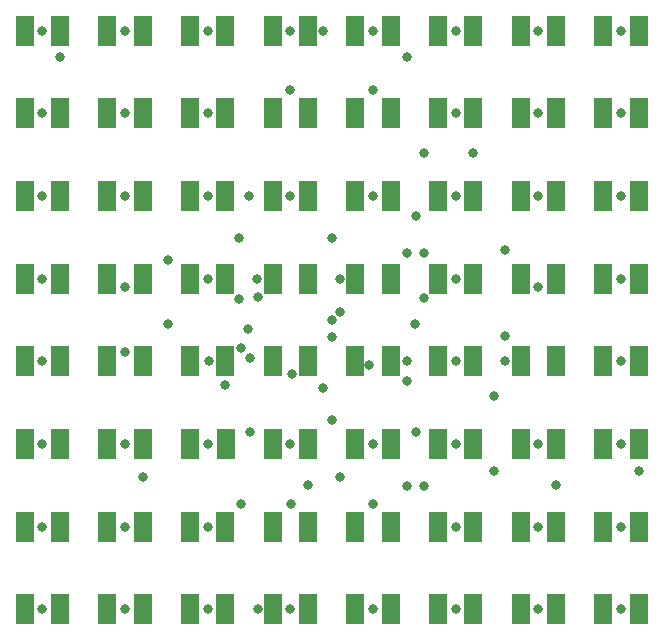
<source format=gbr>
%TF.GenerationSoftware,Altium Limited,Altium Designer,21.6.1 (37)*%
G04 Layer_Color=8388736*
%FSLAX43Y43*%
%MOMM*%
%TF.SameCoordinates,0B018110-BEA4-4537-A367-E08E1C829F5E*%
%TF.FilePolarity,Negative*%
%TF.FileFunction,Soldermask,Top*%
%TF.Part,Single*%
G01*
G75*
%TA.AperFunction,SMDPad,CuDef*%
%ADD10R,1.500X2.600*%
%TA.AperFunction,ViaPad*%
%ADD13C,0.800*%
D10*
X32500Y10000D02*
D03*
X29500D02*
D03*
X1500Y52000D02*
D03*
X4500D02*
D03*
X11500D02*
D03*
X8500D02*
D03*
X15500D02*
D03*
X18500D02*
D03*
X25500D02*
D03*
X22500D02*
D03*
X29500D02*
D03*
X32500D02*
D03*
X39500D02*
D03*
X36500D02*
D03*
X43500D02*
D03*
X46500D02*
D03*
X53500D02*
D03*
X50500D02*
D03*
X1500Y45000D02*
D03*
X4500D02*
D03*
X11500D02*
D03*
X8500D02*
D03*
X15500D02*
D03*
X18500D02*
D03*
X25500D02*
D03*
X22500D02*
D03*
X29500D02*
D03*
X32500D02*
D03*
X39500D02*
D03*
X36500D02*
D03*
X43500D02*
D03*
X46500D02*
D03*
X53500D02*
D03*
X50500D02*
D03*
X1500Y38000D02*
D03*
X4500D02*
D03*
X11500D02*
D03*
X8500D02*
D03*
X15500D02*
D03*
X18500D02*
D03*
X25500D02*
D03*
X22500D02*
D03*
X29500D02*
D03*
X32500D02*
D03*
X39500D02*
D03*
X36500D02*
D03*
X43500D02*
D03*
X46500D02*
D03*
X53500D02*
D03*
X50500D02*
D03*
X1500Y31000D02*
D03*
X4500D02*
D03*
X11500D02*
D03*
X8500D02*
D03*
X15500D02*
D03*
X18500D02*
D03*
X25500D02*
D03*
X22500D02*
D03*
X29500D02*
D03*
X32500D02*
D03*
X39500D02*
D03*
X36500D02*
D03*
X43500D02*
D03*
X46500D02*
D03*
X53500D02*
D03*
X50500D02*
D03*
X1500Y24000D02*
D03*
X4500D02*
D03*
X11500D02*
D03*
X8500D02*
D03*
X15500D02*
D03*
X18500D02*
D03*
X25500D02*
D03*
X22500D02*
D03*
X29500D02*
D03*
X32500D02*
D03*
X39500D02*
D03*
X36500D02*
D03*
X43500D02*
D03*
X46500D02*
D03*
X53500D02*
D03*
X50500D02*
D03*
X1500Y17000D02*
D03*
X4500D02*
D03*
X11500D02*
D03*
X8500D02*
D03*
X15530Y17021D02*
D03*
X18530D02*
D03*
X25500Y17000D02*
D03*
X22500D02*
D03*
X29500D02*
D03*
X32500D02*
D03*
X39500D02*
D03*
X36500D02*
D03*
X43500D02*
D03*
X46500D02*
D03*
X53500D02*
D03*
X50500D02*
D03*
X1500Y10000D02*
D03*
X4500D02*
D03*
X11500D02*
D03*
X8500D02*
D03*
X15500D02*
D03*
X18500D02*
D03*
X25500D02*
D03*
X22500D02*
D03*
X39500D02*
D03*
X36500D02*
D03*
X43500D02*
D03*
X46500D02*
D03*
X53500D02*
D03*
X50500D02*
D03*
X1500Y3000D02*
D03*
X4500D02*
D03*
X11500D02*
D03*
X8500D02*
D03*
X15500D02*
D03*
X18500D02*
D03*
X25500D02*
D03*
X22500D02*
D03*
X29500D02*
D03*
X32500D02*
D03*
X39500D02*
D03*
X36500D02*
D03*
X43500D02*
D03*
X46500D02*
D03*
X53500D02*
D03*
X50500D02*
D03*
D13*
X18500Y21986D02*
D03*
X17121Y24000D02*
D03*
X27500Y19024D02*
D03*
X17000Y31000D02*
D03*
X20462Y38000D02*
D03*
X19641Y29313D02*
D03*
X21281Y29413D02*
D03*
X21145Y31013D02*
D03*
X19663Y34485D02*
D03*
X20403Y26771D02*
D03*
X53500Y14740D02*
D03*
X41271D02*
D03*
Y21090D02*
D03*
X30623Y23690D02*
D03*
X34597Y18042D02*
D03*
X38000Y24000D02*
D03*
X33857Y22315D02*
D03*
X26760Y21745D02*
D03*
X42172Y26170D02*
D03*
Y24000D02*
D03*
X35337Y29337D02*
D03*
X33857Y24000D02*
D03*
X34587Y27186D02*
D03*
X46490Y13491D02*
D03*
X38000Y17000D02*
D03*
X35352Y13470D02*
D03*
X33846Y33215D02*
D03*
X35352Y33140D02*
D03*
X38000Y38000D02*
D03*
Y45000D02*
D03*
Y52000D02*
D03*
X39500Y41664D02*
D03*
X35314D02*
D03*
X34611Y36305D02*
D03*
X25500Y13491D02*
D03*
X33857Y13470D02*
D03*
X24165Y22964D02*
D03*
X20599Y24325D02*
D03*
X19800Y25154D02*
D03*
X11500Y14232D02*
D03*
X28240D02*
D03*
Y28146D02*
D03*
Y30996D02*
D03*
X27500Y34485D02*
D03*
X45000Y38000D02*
D03*
X42172Y33460D02*
D03*
X31000Y38000D02*
D03*
X30996Y46998D02*
D03*
X4500Y49792D02*
D03*
X33857D02*
D03*
X21264Y3000D02*
D03*
X27500Y27500D02*
D03*
X19800Y11966D02*
D03*
X27500Y26030D02*
D03*
X3000Y31000D02*
D03*
X13615Y27186D02*
D03*
X26800Y52011D02*
D03*
X31000Y17000D02*
D03*
X20582Y18042D02*
D03*
X24000Y17000D02*
D03*
X13615Y32624D02*
D03*
X52000Y24000D02*
D03*
X38000Y31000D02*
D03*
X23991Y47001D02*
D03*
X24038Y11946D02*
D03*
X30996D02*
D03*
X9956Y30306D02*
D03*
X10029Y24759D02*
D03*
X45000Y30260D02*
D03*
X3000Y52000D02*
D03*
Y45000D02*
D03*
Y38000D02*
D03*
Y24000D02*
D03*
Y17000D02*
D03*
Y10000D02*
D03*
X52000D02*
D03*
X38000D02*
D03*
X17000D02*
D03*
X10000D02*
D03*
X45000D02*
D03*
X52000Y3000D02*
D03*
X38000D02*
D03*
X31000D02*
D03*
X24000D02*
D03*
X17000D02*
D03*
X10000D02*
D03*
X3000D02*
D03*
X45000D02*
D03*
X52000Y17000D02*
D03*
X17000D02*
D03*
X10000D02*
D03*
X45000D02*
D03*
X52000Y31000D02*
D03*
Y38000D02*
D03*
X24000D02*
D03*
X17000D02*
D03*
X10000D02*
D03*
X45000Y45000D02*
D03*
X10000D02*
D03*
X17000D02*
D03*
X52000D02*
D03*
Y52000D02*
D03*
X45000D02*
D03*
X31000D02*
D03*
X24000D02*
D03*
X17000D02*
D03*
X10000D02*
D03*
%TF.MD5,d42aa5d9997113b426a3fce9d930a964*%
M02*

</source>
